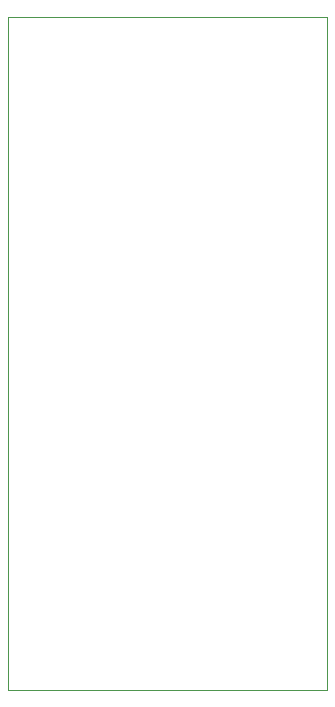
<source format=gko>
G75*
%MOIN*%
%OFA0B0*%
%FSLAX25Y25*%
%IPPOS*%
%LPD*%
%AMOC8*
5,1,8,0,0,1.08239X$1,22.5*
%
%ADD10C,0.00000*%
D10*
X0007612Y0008237D02*
X0007612Y0232646D01*
X0113911Y0232646D01*
X0113911Y0008237D01*
X0007612Y0008237D01*
M02*

</source>
